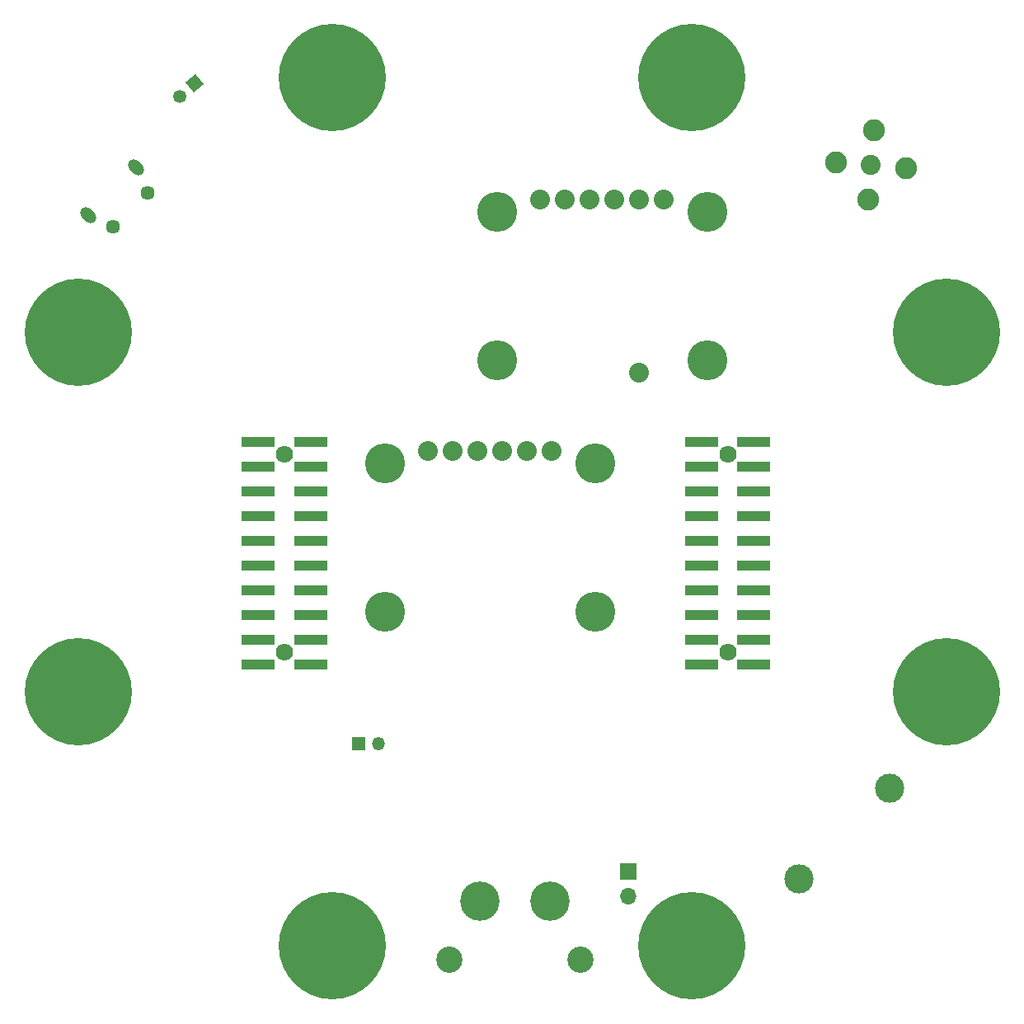
<source format=gbr>
%TF.GenerationSoftware,KiCad,Pcbnew,(6.0.2)*%
%TF.CreationDate,2022-10-10T11:28:08-07:00*%
%TF.ProjectId,AvionicsV0,4176696f-6e69-4637-9356-302e6b696361,rev?*%
%TF.SameCoordinates,Original*%
%TF.FileFunction,Soldermask,Bot*%
%TF.FilePolarity,Negative*%
%FSLAX46Y46*%
G04 Gerber Fmt 4.6, Leading zero omitted, Abs format (unit mm)*
G04 Created by KiCad (PCBNEW (6.0.2)) date 2022-10-10 11:28:08*
%MOMM*%
%LPD*%
G01*
G04 APERTURE LIST*
G04 Aperture macros list*
%AMHorizOval*
0 Thick line with rounded ends*
0 $1 width*
0 $2 $3 position (X,Y) of the first rounded end (center of the circle)*
0 $4 $5 position (X,Y) of the second rounded end (center of the circle)*
0 Add line between two ends*
20,1,$1,$2,$3,$4,$5,0*
0 Add two circle primitives to create the rounded ends*
1,1,$1,$2,$3*
1,1,$1,$4,$5*%
%AMRotRect*
0 Rectangle, with rotation*
0 The origin of the aperture is its center*
0 $1 length*
0 $2 width*
0 $3 Rotation angle, in degrees counterclockwise*
0 Add horizontal line*
21,1,$1,$2,0,0,$3*%
G04 Aperture macros list end*
%ADD10C,2.050000*%
%ADD11C,2.250000*%
%ADD12R,1.700000X1.700000*%
%ADD13O,1.700000X1.700000*%
%ADD14RotRect,1.350000X1.350000X310.000000*%
%ADD15HorizOval,1.350000X0.000000X0.000000X0.000000X0.000000X0*%
%ADD16C,1.780000*%
%ADD17C,0.900000*%
%ADD18C,11.000000*%
%ADD19C,1.450000*%
%ADD20HorizOval,1.200000X-0.247487X0.247487X0.247487X-0.247487X0*%
%ADD21C,4.050000*%
%ADD22C,2.700000*%
%ADD23R,1.350000X1.350000*%
%ADD24O,1.350000X1.350000*%
%ADD25C,3.000000*%
%ADD26C,2.032000*%
%ADD27C,4.101600*%
%ADD28R,3.400000X1.020000*%
G04 APERTURE END LIST*
%TO.C,*%
G36*
X131703804Y-47685817D02*
G01*
X131695045Y-47694575D01*
X131686287Y-47685817D01*
X131695045Y-47677058D01*
X131703804Y-47685817D01*
G37*
G36*
X126255942Y-49087196D02*
G01*
X126247183Y-49095955D01*
X126238425Y-49087196D01*
X126247183Y-49078437D01*
X126255942Y-49087196D01*
G37*
G36*
X126581787Y-49009174D02*
G01*
X126597528Y-49025886D01*
X126600265Y-49032671D01*
X126589803Y-49043403D01*
X126584719Y-49042730D01*
X126571252Y-49025886D01*
X126571453Y-49021921D01*
X126578977Y-49008368D01*
X126581787Y-49009174D01*
G37*
%TD*%
D10*
%TO.C,J13*%
X187706000Y-47752000D03*
D11*
X188019072Y-44173567D03*
X191284433Y-48065072D03*
X187392928Y-51330433D03*
X184127567Y-47438928D03*
%TD*%
D12*
%TO.C,J4*%
X162800000Y-120260000D03*
D13*
X162800000Y-122800000D03*
%TD*%
D14*
%TO.C,J3*%
X118233900Y-39392387D03*
D15*
X116701811Y-40677962D03*
%TD*%
D16*
%TO.C,J7*%
X127500000Y-77470000D03*
X127500000Y-97790000D03*
%TD*%
D17*
%TO.C,H2*%
X166407985Y-125024185D03*
X166407985Y-130877815D03*
X173459800Y-127951000D03*
X172261615Y-125024185D03*
X169334800Y-123826000D03*
X169334800Y-132076000D03*
X172261615Y-130877815D03*
D18*
X169334800Y-127951000D03*
D17*
X165209800Y-127951000D03*
%TD*%
%TO.C,H8*%
X106280000Y-69022000D03*
X103353185Y-67823815D03*
X109206815Y-67823815D03*
D18*
X106280000Y-64897000D03*
D17*
X102155000Y-64897000D03*
X109206815Y-61970185D03*
X106280000Y-60772000D03*
X110405000Y-64897000D03*
X103353185Y-61970185D03*
%TD*%
%TO.C,H3*%
X172256815Y-41696815D03*
X172256815Y-35843185D03*
X166403185Y-41696815D03*
X169330000Y-34645000D03*
X173455000Y-38770000D03*
X169330000Y-42895000D03*
D18*
X169330000Y-38770000D03*
D17*
X165205000Y-38770000D03*
X166403185Y-35843185D03*
%TD*%
D19*
%TO.C,J2*%
X113444311Y-50574377D03*
X109908777Y-54109911D03*
D20*
X112242229Y-47958082D03*
X107292482Y-52907829D03*
%TD*%
D21*
%TO.C,J6*%
X154730000Y-123317000D03*
X147530000Y-123317000D03*
D22*
X144380000Y-129317000D03*
X157880000Y-129317000D03*
%TD*%
D18*
%TO.C,H1*%
X106280000Y-101833600D03*
D17*
X102155000Y-101833600D03*
X103353185Y-98906785D03*
X103353185Y-104760415D03*
X106280000Y-97708600D03*
X109206815Y-98906785D03*
X110405000Y-101833600D03*
X109206815Y-104760415D03*
X106280000Y-105958600D03*
%TD*%
D23*
%TO.C,J5*%
X135144000Y-107162600D03*
D24*
X137144000Y-107162600D03*
%TD*%
D16*
%TO.C,J8*%
X173000000Y-97790000D03*
X173000000Y-77470000D03*
%TD*%
D17*
%TO.C,H6*%
X195453000Y-97708600D03*
X191328000Y-101833600D03*
X198379815Y-104760415D03*
X195453000Y-105958600D03*
X192526185Y-104760415D03*
X192526185Y-98906785D03*
X198379815Y-98906785D03*
X199578000Y-101833600D03*
D18*
X195453000Y-101833600D03*
%TD*%
%TO.C,H5*%
X132398000Y-127951700D03*
D17*
X128273000Y-127951700D03*
X129471185Y-130878515D03*
X132398000Y-123826700D03*
X136523000Y-127951700D03*
X135324815Y-130878515D03*
X132398000Y-132076700D03*
X129471185Y-125024885D03*
X135324815Y-125024885D03*
%TD*%
D25*
%TO.C,BT1*%
X180295895Y-121049705D03*
X189629705Y-111715895D03*
%TD*%
D17*
%TO.C,H7*%
X135324815Y-35843185D03*
X136523000Y-38770000D03*
X129471185Y-41696815D03*
X135324815Y-41696815D03*
X129471185Y-35843185D03*
X128273000Y-38770000D03*
D18*
X132398000Y-38770000D03*
D17*
X132398000Y-42895000D03*
X132398000Y-34645000D03*
%TD*%
%TO.C,H4*%
X195453000Y-69022000D03*
X195453000Y-60772000D03*
X191328000Y-64897000D03*
X199578000Y-64897000D03*
X192526185Y-67823815D03*
D18*
X195453000Y-64897000D03*
D17*
X198379815Y-61970185D03*
X192526185Y-61970185D03*
X198379815Y-67823815D03*
%TD*%
D26*
%TO.C,U5*%
X142253000Y-77126000D03*
X144793000Y-77126000D03*
X147333000Y-77126000D03*
X149873000Y-77126000D03*
X152413000Y-77126000D03*
X154953000Y-77126000D03*
D27*
X137808000Y-93636000D03*
X159398000Y-93636000D03*
X159398000Y-78396000D03*
X137808000Y-78396000D03*
%TD*%
D16*
%TO.C,J10*%
X173000000Y-77470000D03*
X173000000Y-97790000D03*
D28*
X175700000Y-76200000D03*
X175700000Y-78740000D03*
X175700000Y-81280000D03*
X175700000Y-83820000D03*
X175700000Y-86360000D03*
X175700000Y-88900000D03*
X175700000Y-91440000D03*
X175700000Y-93980000D03*
X175700000Y-96520000D03*
X175700000Y-99060000D03*
X170300000Y-76200000D03*
X170300000Y-78740000D03*
X170300000Y-81280000D03*
X170300000Y-83820000D03*
X170300000Y-86360000D03*
X170300000Y-88900000D03*
X170300000Y-91440000D03*
X170300000Y-93980000D03*
X170300000Y-96520000D03*
X170300000Y-99060000D03*
%TD*%
D26*
%TO.C,U6*%
X153746200Y-51282600D03*
X156286200Y-51282600D03*
X158826200Y-51282600D03*
X161366200Y-51282600D03*
X163906200Y-51282600D03*
X166446200Y-51282600D03*
X163906200Y-69062600D03*
D27*
X149301200Y-52552600D03*
X170891200Y-52552600D03*
X149301200Y-67792600D03*
X170891200Y-67792600D03*
%TD*%
D16*
%TO.C,J9*%
X127500000Y-97790000D03*
X127500000Y-77470000D03*
D28*
X130200000Y-76200000D03*
X130200000Y-78740000D03*
X130200000Y-81280000D03*
X130200000Y-83820000D03*
X130200000Y-86360000D03*
X130200000Y-88900000D03*
X130200000Y-91440000D03*
X130200000Y-93980000D03*
X130200000Y-96520000D03*
X130200000Y-99060000D03*
X124800000Y-76200000D03*
X124800000Y-78740000D03*
X124800000Y-81280000D03*
X124800000Y-83820000D03*
X124800000Y-86360000D03*
X124800000Y-88900000D03*
X124800000Y-91440000D03*
X124800000Y-93980000D03*
X124800000Y-96520000D03*
X124800000Y-99060000D03*
%TD*%
M02*

</source>
